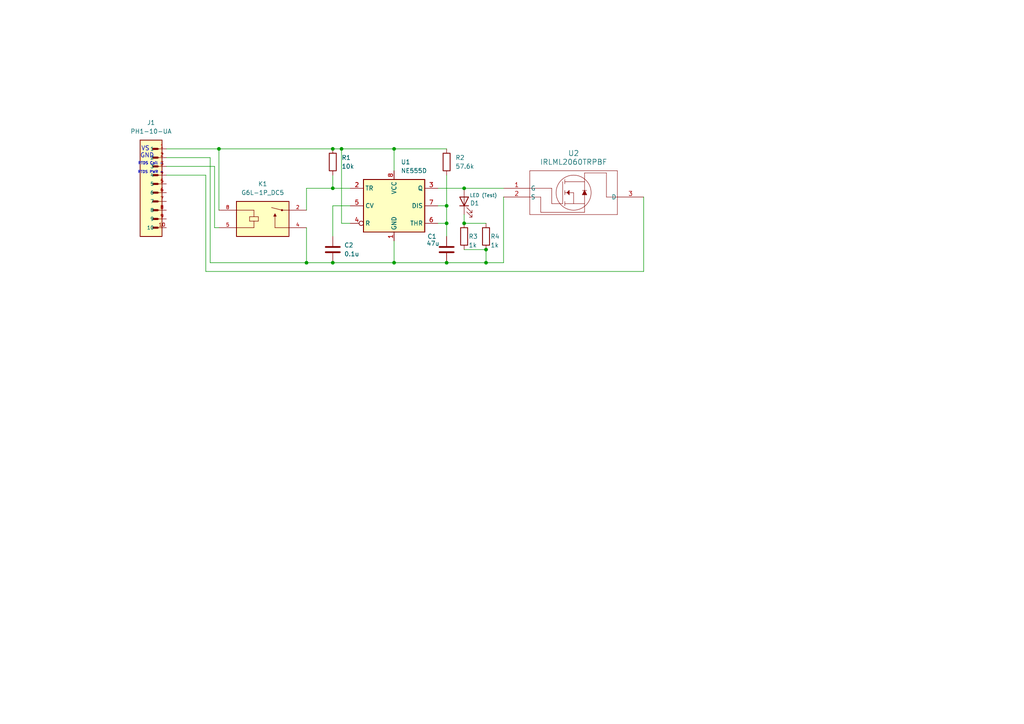
<source format=kicad_sch>
(kicad_sch (version 20231120) (generator "eeschema") (generator_version "8.0")
  (paper "A4")
  (lib_symbols
    (symbol "10 pin output:PH1-10-UA" (pin_names (offset 1.016))
      (property "Reference" "J" (at 0 28.448 0))
      (property "Value" "PH1-10-UA" (at 0 0 0))
      (symbol "PH1-10-UA_0_0"
        (polyline (pts (xy 3.81 2.54) (xy 5.08 2.54)) (stroke (width 0.6096)))
        (polyline (pts (xy 3.81 5.08) (xy 5.08 5.08)) (stroke (width 0.6096)))
        (polyline (pts (xy 3.81 7.62) (xy 5.08 7.62)) (stroke (width 0.6096)))
        (polyline (pts (xy 3.81 10.16) (xy 5.08 10.16)) (stroke (width 0.6096)))
        (polyline (pts (xy 3.81 12.7) (xy 5.08 12.7)) (stroke (width 0.6096)))
        (polyline (pts (xy 3.81 15.24) (xy 5.08 15.24)) (stroke (width 0.6096)))
        (polyline (pts (xy 3.81 17.78) (xy 5.08 17.78)) (stroke (width 0.6096)))
        (polyline (pts (xy 3.81 20.32) (xy 5.08 20.32)) (stroke (width 0.6096)))
        (polyline (pts (xy 3.81 22.86) (xy 5.08 22.86)) (stroke (width 0.6096)))
        (polyline (pts (xy 3.81 25.4) (xy 5.08 25.4)) (stroke (width 0.6096)))
        (rectangle (start 0 0) (end 6.35 27.94) (stroke (width 0.254)) (fill (type background)))
        (pin passive line (at 7.62 25.4 180) (length 2.54) (name "1") (number "1"))
        (pin passive line (at 7.62 2.54 180) (length 2.54) (name "10") (number "10"))
        (pin passive line (at 7.62 22.86 180) (length 2.54) (name "2") (number "2"))
        (pin passive line (at 7.62 20.32 180) (length 2.54) (name "3") (number "3"))
        (pin passive line (at 7.62 17.78 180) (length 2.54) (name "4") (number "4"))
        (pin passive line (at 7.62 15.24 180) (length 2.54) (name "5") (number "5"))
        (pin passive line (at 7.62 12.7 180) (length 2.54) (name "6") (number "6"))
        (pin passive line (at 7.62 10.16 180) (length 2.54) (name "7") (number "7"))
        (pin passive line (at 7.62 7.62 180) (length 2.54) (name "8") (number "8"))
        (pin passive line (at 7.62 5.08 180) (length 2.54) (name "9") (number "9"))
      )
    )
    (symbol "Device:C" (pin_numbers hide) (pin_names (offset 0.254))
      (property "Reference" "C" (at 0.635 2.54 0))
      (property "Value" "C" (at 0.635 -2.54 0))
      (symbol "C_0_1"
        (polyline (pts (xy -2.032 -0.762) (xy 2.032 -0.762)) (stroke (width 0.508)))
        (polyline (pts (xy -2.032 0.762) (xy 2.032 0.762)) (stroke (width 0.508)))
      )
      (symbol "C_1_1"
        (pin passive line (at 0 3.81 270) (length 2.794) (name "~") (number "1"))
        (pin passive line (at 0 -3.81 90) (length 2.794) (name "~") (number "2"))
      )
    )
    (symbol "Device:LED" (pin_numbers hide) (pin_names (offset 1.016) hide)
      (property "Reference" "D" (at 0 2.54 0))
      (property "Value" "LED" (at 0 -2.54 0))
      (symbol "LED_0_1"
        (polyline (pts (xy -1.27 -1.27) (xy -1.27 1.27)) (stroke (width 0.254)))
        (polyline (pts (xy -1.27 0) (xy 1.27 0)))
        (polyline (pts (xy 1.27 -1.27) (xy 1.27 1.27) (xy -1.27 0) (xy 1.27 -1.27)) (stroke (width 0.254)))
        (polyline (pts (xy -3.048 -0.762) (xy -4.572 -2.286) (xy -3.81 -2.286) (xy -4.572 -2.286) (xy -4.572 -1.524)))
        (polyline (pts (xy -1.778 -0.762) (xy -3.302 -2.286) (xy -2.54 -2.286) (xy -3.302 -2.286) (xy -3.302 -1.524)))
      )
      (symbol "LED_1_1"
        (pin passive line (at -3.81 0 0) (length 2.54) (name "K") (number "1"))
        (pin passive line (at 3.81 0 180) (length 2.54) (name "A") (number "2"))
      )
    )
    (symbol "Device:R" (pin_numbers hide) (pin_names (offset 0))
      (property "Reference" "R" (at 2.032 0 90))
      (property "Value" "R" (at 0 0 90))
      (symbol "R_0_1"
        (rectangle (start -1.016 -2.54) (end 1.016 2.54) (stroke (width 0.254)))
      )
      (symbol "R_1_1"
        (pin passive line (at 0 3.81 270) (length 1.27) (name "~") (number "1"))
        (pin passive line (at 0 -3.81 90) (length 1.27) (name "~") (number "2"))
      )
    )
    (symbol "IRLML2060TRPBF:IRLML2060TRPBF" (pin_names (offset 0.254))
      (property "Reference" "U" (at 20.32 10.16 0))
      (property "Value" "IRLML2060TRPBF" (at 20.32 7.62 0))
      (symbol "IRLML2060TRPBF_0_1"
        (polyline (pts (xy 7.62 -7.62) (xy 33.02 -7.62)) (stroke (width 0.127)))
        (polyline (pts (xy 7.62 -2.54) (xy 10.795 -2.54)) (stroke (width 0.127)))
        (polyline (pts (xy 7.62 5.08) (xy 7.62 -7.62)) (stroke (width 0.127)))
        (polyline (pts (xy 10.795 -6.985) (xy 23.495 -6.985)) (stroke (width 0.127)))
        (polyline (pts (xy 10.795 -2.54) (xy 10.795 -6.985)) (stroke (width 0.127)))
        (polyline (pts (xy 13.97 -4.445) (xy 13.97 0)) (stroke (width 0.127)))
        (polyline (pts (xy 13.97 0) (xy 7.62 0)) (stroke (width 0.127)))
        (polyline (pts (xy 17.145 -4.445) (xy 13.97 -4.445)) (stroke (width 0.127)))
        (polyline (pts (xy 17.145 1.905) (xy 17.145 -4.445)) (stroke (width 0.127)))
        (polyline (pts (xy 17.78 -5.08) (xy 17.78 -3.81)) (stroke (width 0.127)))
        (polyline (pts (xy 17.78 -4.445) (xy 23.495 -4.445)) (stroke (width 0.127)))
        (polyline (pts (xy 17.78 -1.27) (xy 20.32 -1.27)) (stroke (width 0.127)))
        (polyline (pts (xy 17.78 -0.635) (xy 17.78 -1.905)) (stroke (width 0.127)))
        (polyline (pts (xy 17.78 1.905) (xy 23.495 1.905)) (stroke (width 0.127)))
        (polyline (pts (xy 17.78 2.54) (xy 17.78 1.27)) (stroke (width 0.127)))
        (polyline (pts (xy 18.415 -1.27) (xy 19.05 -0.635)) (stroke (width 0.127)))
        (polyline (pts (xy 19.05 -1.905) (xy 18.415 -1.27)) (stroke (width 0.127)))
        (polyline (pts (xy 19.05 -0.635) (xy 19.05 -1.905)) (stroke (width 0.127)))
        (polyline (pts (xy 20.32 -4.445) (xy 20.32 -1.27)) (stroke (width 0.127)))
        (polyline (pts (xy 22.86 -1.905) (xy 23.495 -0.635)) (stroke (width 0.127)))
        (polyline (pts (xy 22.86 -1.905) (xy 24.13 -1.905)) (stroke (width 0.127)))
        (polyline (pts (xy 22.86 -0.635) (xy 24.13 -0.635)) (stroke (width 0.127)))
        (polyline (pts (xy 23.495 -6.985) (xy 23.495 4.445)) (stroke (width 0.127)))
        (polyline (pts (xy 23.495 -0.635) (xy 24.13 -1.905)) (stroke (width 0.127)))
        (polyline (pts (xy 23.495 4.445) (xy 29.845 4.445)) (stroke (width 0.127)))
        (polyline (pts (xy 29.845 -2.54) (xy 33.02 -2.54)) (stroke (width 0.127)))
        (polyline (pts (xy 29.845 4.445) (xy 29.845 -2.54)) (stroke (width 0.127)))
        (polyline (pts (xy 33.02 -7.62) (xy 33.02 5.08)) (stroke (width 0.127)))
        (polyline (pts (xy 33.02 5.08) (xy 7.62 5.08)) (stroke (width 0.127)))
        (polyline (pts (xy 18.415 -1.27) (xy 19.05 -0.635) (xy 19.05 -1.905)) (fill (type outline)))
        (polyline (pts (xy 22.86 -1.905) (xy 23.495 -0.635) (xy 24.13 -1.905)) (fill (type outline)))
        (circle (center 20.32 -1.27) (radius 5.08) (stroke (width 0.127)))
        (pin unspecified line (at 0 0 0) (length 7.62) (name "G") (number "1"))
        (pin unspecified line (at 0 -2.54 0) (length 7.62) (name "S") (number "2"))
        (pin unspecified line (at 40.64 -2.54 180) (length 7.62) (name "D") (number "3"))
      )
    )
    (symbol "Relay:G6L-1P_DC5" (pin_names (offset 1.016))
      (property "Reference" "K" (at -7.62 6.35 0))
      (property "Value" "G6L-1P_DC5" (at -7.62 -7.62 0))
      (symbol "G6L-1P_DC5_0_0"
        (rectangle (start -7.62 -5.08) (end 7.62 5.08) (stroke (width 0.254)) (fill (type background)))
        (polyline (pts (xy -7.62 -2.54) (xy -2.54 -2.54)) (stroke (width 0.1524)))
        (polyline (pts (xy -7.62 2.54) (xy -2.54 2.54)) (stroke (width 0.1524)))
        (polyline (pts (xy -3.81 -0.635) (xy -3.81 0.635)) (stroke (width 0.1524)))
        (polyline (pts (xy -3.81 0.635) (xy -2.54 0.635)) (stroke (width 0.1524)))
        (polyline (pts (xy -2.54 -0.635) (xy -3.81 -0.635)) (stroke (width 0.1524)))
        (polyline (pts (xy -2.54 -0.635) (xy -2.54 -2.54)) (stroke (width 0.1524)))
        (polyline (pts (xy -2.54 0.635) (xy -1.27 0.635)) (stroke (width 0.1524)))
        (polyline (pts (xy -2.54 2.54) (xy -2.54 0.635)) (stroke (width 0.1524)))
        (polyline (pts (xy -1.27 -0.635) (xy -2.54 -0.635)) (stroke (width 0.1524)))
        (polyline (pts (xy -1.27 0.635) (xy -1.27 -0.635)) (stroke (width 0.1524)))
        (polyline (pts (xy 3.556 -2.54) (xy 3.556 0.762)) (stroke (width 0.1524)))
        (polyline (pts (xy 5.588 2.54) (xy 2.54 3.302)) (stroke (width 0.1524)))
        (polyline (pts (xy 7.62 -2.54) (xy 3.556 -2.54)) (stroke (width 0.1524)))
        (polyline (pts (xy 7.62 2.54) (xy 5.588 2.54)) (stroke (width 0.1524)))
        (polyline (pts (xy 3.175 0.762) (xy 3.937 0.762) (xy 3.556 1.524) (xy 3.175 0.762)) (stroke (width 0.1524)) (fill (type outline)))
        (circle (center 5.588 2.54) (radius 0.1524) (stroke (width 0.3048)))
        (pin passive line (at 12.7 2.54 180) (length 5.08) (name "~") (number "2"))
        (pin passive line (at 12.7 -2.54 180) (length 5.08) (name "~") (number "4"))
        (pin passive line (at -12.7 -2.54 0) (length 5.08) (name "~") (number "5"))
        (pin passive line (at -12.7 2.54 0) (length 5.08) (name "~") (number "8"))
      )
    )
    (symbol "Timer:NE555D"
      (property "Reference" "U" (at -10.16 8.89 0))
      (property "Value" "NE555D" (at 2.54 8.89 0))
      (symbol "NE555D_0_0"
        (pin power_in line (at 0 -10.16 90) (length 2.54) (name "GND") (number "1"))
        (pin power_in line (at 0 10.16 270) (length 2.54) (name "VCC") (number "8"))
      )
      (symbol "NE555D_0_1"
        (rectangle (start -8.89 -7.62) (end 8.89 7.62) (stroke (width 0.254)) (fill (type background)))
        (rectangle (start -8.89 -7.62) (end 8.89 7.62) (stroke (width 0.254)) (fill (type background)))
      )
      (symbol "NE555D_1_1"
        (pin input line (at -12.7 5.08 0) (length 3.81) (name "TR") (number "2"))
        (pin output line (at 12.7 5.08 180) (length 3.81) (name "Q") (number "3"))
        (pin input inverted (at -12.7 -5.08 0) (length 3.81) (name "R") (number "4"))
        (pin input line (at -12.7 0 0) (length 3.81) (name "CV") (number "5"))
        (pin input line (at 12.7 -5.08 180) (length 3.81) (name "THR") (number "6"))
        (pin input line (at 12.7 0 180) (length 3.81) (name "DIS") (number "7"))
      )
    )
  )
  (junction (at 99.06 43.18))
  (junction (at 134.62 64.77))
  (junction (at 140.97 72.39))
  (junction (at 63.5 43.18))
  (junction (at 114.3 76.2))
  (junction (at 96.52 76.2))
  (junction (at 129.54 59.69))
  (junction (at 129.54 76.2))
  (junction (at 114.3 43.18))
  (junction (at 96.52 43.18))
  (junction (at 129.54 64.77))
  (junction (at 96.52 54.61))
  (junction (at 134.62 54.61))
  (junction (at 140.97 76.2))
  (junction (at 88.9 76.2))
  (wire (pts (xy 96.52 54.61) (xy 88.9 54.61)))
  (wire (pts (xy 63.5 43.18) (xy 63.5 60.96)))
  (wire (pts (xy 134.62 62.23) (xy 134.62 64.77)))
  (wire (pts (xy 99.06 43.18) (xy 114.3 43.18)))
  (wire (pts (xy 59.69 78.74) (xy 186.69 78.74)))
  (wire (pts (xy 114.3 43.18) (xy 114.3 49.53)))
  (wire (pts (xy 99.06 64.77) (xy 101.6 64.77)))
  (wire (pts (xy 48.26 45.72) (xy 60.96 45.72)))
  (wire (pts (xy 134.62 64.77) (xy 140.97 64.77)))
  (wire (pts (xy 88.9 54.61) (xy 88.9 60.96)))
  (wire (pts (xy 127 54.61) (xy 134.62 54.61)))
  (wire (pts (xy 88.9 76.2) (xy 96.52 76.2)))
  (wire (pts (xy 96.52 54.61) (xy 101.6 54.61)))
  (wire (pts (xy 114.3 43.18) (xy 129.54 43.18)))
  (wire (pts (xy 114.3 76.2) (xy 129.54 76.2)))
  (wire (pts (xy 101.6 59.69) (xy 96.52 59.69)))
  (wire (pts (xy 63.5 66.04) (xy 62.23 66.04)))
  (wire (pts (xy 146.05 76.2) (xy 140.97 76.2)))
  (wire (pts (xy 96.52 59.69) (xy 96.52 68.58)))
  (wire (pts (xy 96.52 43.18) (xy 99.06 43.18)))
  (wire (pts (xy 114.3 69.85) (xy 114.3 76.2)))
  (wire (pts (xy 140.97 76.2) (xy 129.54 76.2)))
  (wire (pts (xy 140.97 72.39) (xy 140.97 76.2)))
  (wire (pts (xy 48.26 50.8) (xy 59.69 50.8)))
  (wire (pts (xy 63.5 43.18) (xy 96.52 43.18)))
  (wire (pts (xy 99.06 43.18) (xy 99.06 64.77)))
  (wire (pts (xy 146.05 57.15) (xy 146.05 76.2)))
  (wire (pts (xy 60.96 76.2) (xy 88.9 76.2)))
  (wire (pts (xy 59.69 50.8) (xy 59.69 78.74)))
  (wire (pts (xy 88.9 66.04) (xy 88.9 76.2)))
  (wire (pts (xy 129.54 50.8) (xy 129.54 59.69)))
  (wire (pts (xy 134.62 72.39) (xy 140.97 72.39)))
  (wire (pts (xy 186.69 78.74) (xy 186.69 57.15)))
  (wire (pts (xy 48.26 43.18) (xy 63.5 43.18)))
  (wire (pts (xy 127 64.77) (xy 129.54 64.77)))
  (wire (pts (xy 134.62 54.61) (xy 146.05 54.61)))
  (wire (pts (xy 129.54 59.69) (xy 127 59.69)))
  (wire (pts (xy 96.52 50.8) (xy 96.52 54.61)))
  (wire (pts (xy 60.96 45.72) (xy 60.96 76.2)))
  (wire (pts (xy 129.54 59.69) (xy 129.54 64.77)))
  (wire (pts (xy 129.54 68.58) (xy 129.54 64.77)))
  (wire (pts (xy 62.23 66.04) (xy 62.23 48.26)))
  (wire (pts (xy 62.23 48.26) (xy 48.26 48.26)))
  (wire (pts (xy 96.52 76.2) (xy 114.3 76.2)))
  (text "RTDS PWR -" (at 43.688 50.038 0) (effects (font (size 0.762 0.762))))
  (text "GND\n" (at 42.672 45.212 0) (effects (font (size 1.27 1.27))))
  (text "RTDS Coil -\n" (at 43.688 47.498 0) (effects (font (size 0.762 0.762))))
  (text "VS" (at 42.164 43.18 0) (effects (font (size 1.27 1.27))))
  (symbol (lib_id "IRLML2060TRPBF:IRLML2060TRPBF") (at 146.05 54.61 0) (unit 1)
    (property "Reference" "U2" (at 166.37 44.45 0) (effects (font (size 1.524 1.524))))
    (property "Value" "IRLML2060TRPBF" (at 166.37 46.99 0) (effects (font (size 1.524 1.524))))
    (property "Footprint" "NMOS:SOT23_INF" (effects (hide yes)))
    (property "Datasheet" "IRLML2060TRPBF" (effects (hide yes)))
  )
  (symbol (lib_id "Device:R") (at 129.54 46.99 0) (unit 1)
    (property "Reference" "R2" (at 132.08 45.72 0) (effects (justify left)))
    (property "Value" "57.6k" (at 132.08 48.26 0) (effects (justify left)))
    (property "Footprint" "CF14JT10K0:STA_CF14_STP" (effects (hide yes)))
  )
  (symbol (lib_id "Device:LED") (at 134.62 58.42 90) (unit 1)
    (property "Reference" "D1" (at 137.668 58.928 90))
    (property "Value" "LED (Test)" (at 140.208 56.642 90) (effects (font (size 1 1))))
    (property "Footprint" "Yellow RTDS LED:LED_AP3216SYD_KNB" (effects (hide yes)))
  )
  (symbol (lib_id "Device:C") (at 96.52 72.39 0) (unit 1)
    (property "Reference" "C2" (at 99.822 71.12 0) (effects (justify left)))
    (property "Value" "0.1u" (at 99.822 73.66 0) (effects (justify left)))
    (property "Footprint" "Capacitor 0.1u:CAP_CL31_SAM" (effects (hide yes)))
  )
  (symbol (lib_id "Device:R") (at 96.52 46.99 0) (unit 1)
    (property "Reference" "R1" (at 99.06 45.72 0) (effects (justify left)))
    (property "Value" "10k" (at 99.06 48.26 0) (effects (justify left)))
    (property "Footprint" "CF14JT10K0:STA_CF14_STP" (effects (hide yes)))
  )
  (symbol (lib_id "Device:R") (at 140.97 68.58 0) (unit 1)
    (property "Reference" "R4" (at 142.24 68.58 0) (effects (justify left)))
    (property "Value" "1k" (at 142.24 71.12 0) (effects (justify left)))
    (property "Footprint" "1k Resistor:STA_RMCF0603_STP-L" (effects (hide yes)))
  )
  (symbol (lib_id "Relay:G6L-1P_DC5") (at 76.2 63.5 0) (unit 1)
    (property "Reference" "K1" (at 76.2 53.34 0))
    (property "Value" "G6L-1P_DC5" (at 76.2 55.88 0))
    (property "Footprint" "RTDS Relay:RELAY_G6L-1P_DC5" (effects (hide yes)))
    (property "MF" "Omron Electronics" (effects (hide yes)))
    (property "DESCRIPTION" "Telecom Relay SPST-NO (1 Form A) Through Hole" (effects (hide yes)))
    (property "PACKAGE" "None" (effects (hide yes)))
    (property "PRICE" "None" (effects (hide yes)))
    (property "MP" "G6L-1P-DC24" (effects (hide yes)))
    (property "AVAILABILITY" "Unavailable" (effects (hide yes)))
  )
  (symbol (lib_id "Device:R") (at 134.62 68.58 0) (unit 1)
    (property "Reference" "R3" (at 135.89 68.58 0) (effects (justify left)))
    (property "Value" "1k" (at 135.89 71.12 0) (effects (justify left)))
    (property "Footprint" "1k Resistor:STA_RMCF0603_STP-L" (effects (hide yes)))
  )
  (symbol (lib_id "Timer:NE555D") (at 114.3 59.69 0) (unit 1)
    (property "Reference" "U1" (at 116.2559 46.99 0) (effects (justify left)))
    (property "Value" "NE555D" (at 116.2559 49.53 0) (effects (justify left)))
    (property "Footprint" "Package_SO:SOIC-8_3.9x4.9mm_P1.27mm" (effects (hide yes)))
    (property "Datasheet" "http://www.ti.com/lit/ds/symlink/ne555.pdf" (effects (hide yes)))
  )
  (symbol (lib_id "10 pin output:PH1-10-UA") (at 40.64 68.58 0) (unit 1)
    (property "Reference" "J1" (at 43.815 35.56 0))
    (property "Value" "PH1-10-UA" (at 43.815 38.1 0))
    (property "Footprint" "10 pin output:1X10-2.54MM-THT" (effects (hide yes)))
    (property "MF" "Adam Tech" (effects (hide yes)))
    (property "Description_1" "\n                        \n                            Connector Header Through Hole 10 position 0.100 (2.54mm)\n                        \n" (effects (hide yes)))
    (property "Package" "None" (effects (hide yes)))
    (property "Price" "None" (effects (hide yes)))
    (property "SnapEDA_Link" "https://www.snapeda.com/parts/PH1-10-UA/Adam+Tech/view-part/?ref=snap" (effects (hide yes)))
    (property "MP" "PH1-10-UA" (effects (hide yes)))
    (property "Availability" "In Stock" (effects (hide yes)))
    (property "Check_prices" "https://www.snapeda.com/parts/PH1-10-UA/Adam+Tech/view-part/?ref=eda" (effects (hide yes)))
  )
  (symbol (lib_id "Device:C") (at 129.54 72.39 0) (unit 1)
    (property "Reference" "C1" (at 123.952 68.58 0) (effects (justify left)))
    (property "Value" "47u" (at 123.698 70.612 0) (effects (justify left)))
    (property "Footprint" "Capacitor 47u:CAP_CL32_SAM" (effects (hide yes)))
  )
)
</source>
